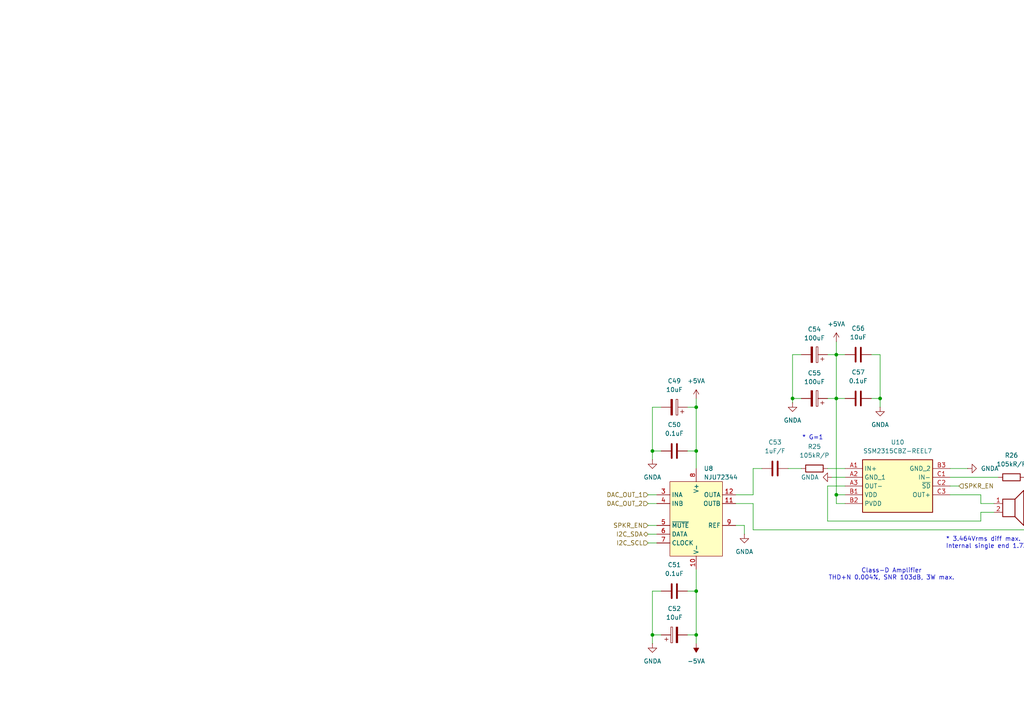
<source format=kicad_sch>
(kicad_sch (version 20250114) (generator "eeschema") (generator_version "9.0")
  (paper "A4")
  (lib_symbols
    (symbol "Device:C" (pin_numbers (hide yes)) (pin_names (offset 0.254))
      (property "Reference" "C" (at 0.635 2.54 0))
      (property "Value" "C" (at 0.635 -2.54 0))
      (symbol "C_0_1"
        (polyline (pts (xy -2.032 0.762) (xy 2.032 0.762)) (stroke (width 0.508)))
        (polyline (pts (xy -2.032 -0.762) (xy 2.032 -0.762)) (stroke (width 0.508)))
      )
      (symbol "C_1_1"
        (pin passive line (at 0 3.81 270) (length 2.794) (name "~") (number "1"))
        (pin passive line (at 0 -3.81 90) (length 2.794) (name "~") (number "2"))
      )
    )
    (symbol "Device:C_Polarized" (pin_numbers (hide yes)) (pin_names (offset 0.254))
      (property "Reference" "C" (at 0.635 2.54 0))
      (property "Value" "C_Polarized" (at 0.635 -2.54 0))
      (symbol "C_Polarized_0_1"
        (rectangle (start -2.286 0.508) (end 2.286 1.016))
        (polyline (pts (xy -1.778 2.286) (xy -0.762 2.286)))
        (polyline (pts (xy -1.27 2.794) (xy -1.27 1.778)))
        (rectangle (start 2.286 -0.508) (end -2.286 -1.016) (fill (type outline)))
      )
      (symbol "C_Polarized_1_1"
        (pin passive line (at 0 3.81 270) (length 2.794) (name "~") (number "1"))
        (pin passive line (at 0 -3.81 90) (length 2.794) (name "~") (number "2"))
      )
    )
    (symbol "Device:R" (pin_numbers (hide yes)) (pin_names (offset 0))
      (property "Reference" "R" (at 2.032 0 90))
      (property "Value" "R" (at 0 0 90))
      (symbol "R_0_1"
        (rectangle (start -1.016 -2.54) (end 1.016 2.54) (stroke (width 0.254)))
      )
      (symbol "R_1_1"
        (pin passive line (at 0 3.81 270) (length 1.27) (name "~") (number "1"))
        (pin passive line (at 0 -3.81 90) (length 1.27) (name "~") (number "2"))
      )
    )
    (symbol "Device:Speaker" (pin_names (offset 0) (hide yes))
      (property "Reference" "LS" (at 1.27 5.715 0))
      (property "Value" "Speaker" (at 1.27 3.81 0))
      (symbol "Speaker_0_0"
        (rectangle (start -2.54 1.27) (end 1.016 -3.81) (stroke (width 0.254)))
        (polyline (pts (xy 1.016 1.27) (xy 3.556 3.81) (xy 3.556 -6.35) (xy 1.016 -3.81)) (stroke (width 0.254)))
      )
      (symbol "Speaker_1_1"
        (pin input line (at -5.08 0 0) (length 2.54) (name "1") (number "1"))
        (pin input line (at -5.08 -2.54 0) (length 2.54) (name "2") (number "2"))
      )
    )
    (symbol "NJU72344:NJU72344"
      (property "Reference" "U" (at 0 0 0))
      (symbol "NJU72344_1_1"
        (rectangle (start -7.62 11.43) (end 7.62 -10.16) (fill (type background)))
        (pin passive line (at -11.43 7.62 0) (length 3.81) (name "INA") (number "3"))
        (pin passive line (at -11.43 5.08 0) (length 3.81) (name "INB") (number "4"))
        (pin passive line (at -11.43 -1.27 0) (length 3.81) (name "~{MUTE}") (number "5"))
        (pin passive line (at -11.43 -3.81 0) (length 3.81) (name "DATA") (number "6"))
        (pin passive line (at -11.43 -6.35 0) (length 3.81) (name "CLOCK") (number "7"))
        (pin passive line (at 0 15.24 270) (length 3.81) (name "V+") (number "8"))
        (pin passive line (at 0 -13.97 90) (length 3.81) (name "V-") (number "10"))
        (pin passive line (at 11.43 7.62 180) (length 3.81) (name "OUTA") (number "12"))
        (pin passive line (at 11.43 5.08 180) (length 3.81) (name "OUTB") (number "11"))
        (pin passive line (at 11.43 -1.27 180) (length 3.81) (name "REF") (number "9"))
        (pin no_connect line (at 11.43 -6.35 180) (length 3.81) (hide yes) (name "NC") (number "1"))
        (pin no_connect line (at 11.43 -6.35 180) (length 3.81) (hide yes) (name "NC") (number "13"))
        (pin no_connect line (at 11.43 -6.35 180) (length 3.81) (hide yes) (name "NC") (number "14"))
        (pin no_connect line (at 11.43 -6.35 180) (length 3.81) (hide yes) (name "NC") (number "2"))
      )
    )
    (symbol "SSM2315CBZ-REEL7:SSM2315CBZ-REEL7"
      (property "Reference" "IC" (at 26.67 7.62 0))
      (property "Value" "SSM2315CBZ-REEL7" (at 26.67 5.08 0))
      (symbol "SSM2315CBZ-REEL7_1_1"
        (rectangle (start 5.08 2.54) (end 25.4 -12.7) (stroke (width 0.254)) (fill (type background)))
        (pin passive line (at 0 0 0) (length 5.08) (name "IN+") (number "A1"))
        (pin passive line (at 0 -2.54 0) (length 5.08) (name "GND_1") (number "A2"))
        (pin passive line (at 0 -5.08 0) (length 5.08) (name "OUT-") (number "A3"))
        (pin passive line (at 0 -7.62 0) (length 5.08) (name "VDD") (number "B1"))
        (pin passive line (at 0 -10.16 0) (length 5.08) (name "PVDD") (number "B2"))
        (pin passive line (at 30.48 0 180) (length 5.08) (name "GND_2") (number "B3"))
        (pin passive line (at 30.48 -2.54 180) (length 5.08) (name "IN-") (number "C1"))
        (pin passive line (at 30.48 -5.08 180) (length 5.08) (name "~{SD}") (number "C2"))
        (pin passive line (at 30.48 -7.62 180) (length 5.08) (name "OUT+") (number "C3"))
      )
    )
    (symbol "power:+5VA" (power) (pin_numbers (hide yes)) (pin_names (offset 0) (hide yes))
      (property "Value" "+5VA" (at 0 3.556 0))
      (symbol "+5VA_0_1"
        (polyline (pts (xy -0.762 1.27) (xy 0 2.54)))
        (polyline (pts (xy 0 2.54) (xy 0.762 1.27)))
        (polyline (pts (xy 0 0) (xy 0 2.54)))
      )
      (symbol "+5VA_1_1"
        (pin power_in line (at 0 0 90) (length 0) (name "~") (number "1"))
      )
    )
    (symbol "power:-5VA" (power) (pin_numbers (hide yes)) (pin_names (offset 0) (hide yes))
      (property "Value" "-5VA" (at 0 3.556 0))
      (symbol "-5VA_0_0"
        (pin power_in line (at 0 0 90) (length 0) (name "~") (number "1"))
      )
      (symbol "-5VA_0_1"
        (polyline (pts (xy 0 0) (xy 0 1.27) (xy 0.762 1.27) (xy 0 2.54) (xy -0.762 1.27) (xy 0 1.27)) (fill (type outline)))
      )
    )
    (symbol "power:GNDA" (power) (pin_numbers (hide yes)) (pin_names (offset 0) (hide yes))
      (property "Value" "GNDA" (at 0 -3.81 0))
      (symbol "GNDA_0_1"
        (polyline (pts (xy 0 0) (xy 0 -1.27) (xy 1.27 -1.27) (xy 0 -2.54) (xy -1.27 -1.27) (xy 0 -1.27)))
      )
      (symbol "GNDA_1_1"
        (pin power_in line (at 0 0 270) (length 0) (name "~") (number "1"))
      )
    )
  )
  (text "* 3.464Vrms diff max.\nInternal single end 1.732Vrms max." (at 274.32 157.48 0) (effects (font (size 1.27 1.27)) (justify left)))
  (text "Class-D Amplifier\nTHD+N 0.004%, SNR 103dB, 3W max." (at 258.572 166.624 0) (effects (font (size 1.27 1.27))))
  (text "* G=1" (at 235.712 127 0) (effects (font (size 1.27 1.27))))
  (junction (at 242.57 115.57))
  (junction (at 229.87 115.57))
  (junction (at 255.27 115.57))
  (junction (at 201.93 118.11))
  (junction (at 242.57 143.51))
  (junction (at 201.93 171.45))
  (junction (at 201.93 130.81))
  (junction (at 242.57 102.87))
  (junction (at 189.23 184.15))
  (junction (at 201.93 184.15))
  (junction (at 189.23 130.81))
  (wire (pts (xy 201.93 171.45) (xy 201.93 184.15)))
  (wire (pts (xy 199.39 184.15) (xy 201.93 184.15)))
  (wire (pts (xy 228.6 135.89) (xy 232.41 135.89)))
  (wire (pts (xy 275.59 143.51) (xy 284.48 143.51)))
  (wire (pts (xy 240.03 135.89) (xy 245.11 135.89)))
  (wire (pts (xy 187.96 146.05) (xy 190.5 146.05)))
  (wire (pts (xy 189.23 171.45) (xy 189.23 184.15)))
  (wire (pts (xy 252.73 102.87) (xy 255.27 102.87)))
  (wire (pts (xy 213.36 152.4) (xy 215.9 152.4)))
  (wire (pts (xy 201.93 118.11) (xy 201.93 130.81)))
  (wire (pts (xy 201.93 115.57) (xy 201.93 118.11)))
  (wire (pts (xy 241.3 138.43) (xy 245.11 138.43)))
  (wire (pts (xy 218.44 146.05) (xy 218.44 153.67)))
  (wire (pts (xy 252.73 115.57) (xy 255.27 115.57)))
  (wire (pts (xy 242.57 102.87) (xy 242.57 115.57)))
  (wire (pts (xy 213.36 146.05) (xy 218.44 146.05)))
  (wire (pts (xy 284.48 151.13) (xy 284.48 148.59)))
  (wire (pts (xy 240.03 151.13) (xy 284.48 151.13)))
  (wire (pts (xy 218.44 143.51) (xy 213.36 143.51)))
  (wire (pts (xy 242.57 115.57) (xy 245.11 115.57)))
  (wire (pts (xy 199.39 130.81) (xy 201.93 130.81)))
  (wire (pts (xy 218.44 135.89) (xy 218.44 143.51)))
  (wire (pts (xy 218.44 135.89) (xy 220.98 135.89)))
  (wire (pts (xy 284.48 146.05) (xy 288.29 146.05)))
  (wire (pts (xy 275.59 140.97) (xy 278.13 140.97)))
  (wire (pts (xy 187.96 157.48) (xy 190.5 157.48)))
  (wire (pts (xy 242.57 115.57) (xy 242.57 143.51)))
  (wire (pts (xy 284.48 143.51) (xy 284.48 146.05)))
  (wire (pts (xy 245.11 146.05) (xy 242.57 146.05)))
  (wire (pts (xy 189.23 118.11) (xy 189.23 130.81)))
  (wire (pts (xy 229.87 102.87) (xy 232.41 102.87)))
  (wire (pts (xy 189.23 184.15) (xy 191.77 184.15)))
  (wire (pts (xy 189.23 184.15) (xy 189.23 186.69)))
  (wire (pts (xy 255.27 115.57) (xy 255.27 118.11)))
  (wire (pts (xy 229.87 116.84) (xy 229.87 115.57)))
  (wire (pts (xy 201.93 130.81) (xy 201.93 135.89)))
  (wire (pts (xy 297.18 138.43) (xy 299.72 138.43)))
  (wire (pts (xy 240.03 115.57) (xy 242.57 115.57)))
  (wire (pts (xy 307.34 138.43) (xy 309.88 138.43)))
  (wire (pts (xy 275.59 135.89) (xy 280.67 135.89)))
  (wire (pts (xy 187.96 143.51) (xy 190.5 143.51)))
  (wire (pts (xy 191.77 118.11) (xy 189.23 118.11)))
  (wire (pts (xy 242.57 99.06) (xy 242.57 102.87)))
  (wire (pts (xy 242.57 146.05) (xy 242.57 143.51)))
  (wire (pts (xy 284.48 148.59) (xy 288.29 148.59)))
  (wire (pts (xy 242.57 102.87) (xy 245.11 102.87)))
  (wire (pts (xy 242.57 143.51) (xy 245.11 143.51)))
  (wire (pts (xy 245.11 140.97) (xy 240.03 140.97)))
  (wire (pts (xy 191.77 130.81) (xy 189.23 130.81)))
  (wire (pts (xy 199.39 118.11) (xy 201.93 118.11)))
  (wire (pts (xy 187.96 152.4) (xy 190.5 152.4)))
  (wire (pts (xy 229.87 115.57) (xy 229.87 102.87)))
  (wire (pts (xy 255.27 102.87) (xy 255.27 115.57)))
  (wire (pts (xy 201.93 184.15) (xy 201.93 186.69)))
  (wire (pts (xy 189.23 130.81) (xy 189.23 133.35)))
  (wire (pts (xy 275.59 138.43) (xy 289.56 138.43)))
  (wire (pts (xy 240.03 102.87) (xy 242.57 102.87)))
  (wire (pts (xy 240.03 140.97) (xy 240.03 151.13)))
  (wire (pts (xy 309.88 138.43) (xy 309.88 153.67)))
  (wire (pts (xy 199.39 171.45) (xy 201.93 171.45)))
  (wire (pts (xy 218.44 153.67) (xy 309.88 153.67)))
  (wire (pts (xy 187.96 154.94) (xy 190.5 154.94)))
  (wire (pts (xy 189.23 171.45) (xy 191.77 171.45)))
  (wire (pts (xy 215.9 152.4) (xy 215.9 154.94)))
  (wire (pts (xy 229.87 115.57) (xy 232.41 115.57)))
  (wire (pts (xy 201.93 171.45) (xy 201.93 165.1)))
  (hierarchical_label "DAC_OUT_2" (shape input) (at 187.96 146.05 180))
  (hierarchical_label "SPKR_EN" (shape input) (at 187.96 152.4 180))
  (hierarchical_label "I2C_SDA" (shape bidirectional) (at 187.96 154.94 180))
  (hierarchical_label "SPKR_EN" (shape input) (at 278.13 140.97 0))
  (hierarchical_label "DAC_OUT_1" (shape input) (at 187.96 143.51 180))
  (hierarchical_label "I2C_SCL" (shape input) (at 187.96 157.48 180))
  (symbol (lib_id "Device:C_Polarized") (at 195.58 184.15 90) (unit 1)
    (property "Reference" "C52" (at 195.58 176.53 90))
    (property "Value" "10uF" (at 195.58 179.07 90))
    (property "Footprint" "Capacitor_Tantalum_SMD:CP_EIA-3216-10_Kemet-I" (effects (hide yes)))
    (property "Description" "Polarized capacitor" (effects (hide yes)))
    (property "Part No." "TCJA106M010R0200" (effects (hide yes)))
    (property "Vendor" "Kyocera AVX" (effects (hide yes)))
    (property "Fetched" "20" (effects (hide yes)))
    (instances (project "MizukiH743" (path "" (reference "C52") (unit 1))) (project "MizukiRA8M1v3" (path "" (reference "C?") (unit 1))))
  )
  (symbol (lib_id "power:GNDA") (at 255.27 118.11 0) (unit 1)
    (property "Reference" "#PWR072" (effects (hide yes)))
    (property "Value" "GNDA" (at 255.27 123.19 0))
    (property "Description" "Power symbol creates a global label with name \"GNDA\" , analog ground" (effects (hide yes)))
    (instances (project "MizukiH743" (path "" (reference "#PWR072") (unit 1))) (project "MizukiRA8M1v3" (path "" (reference "#PWR?") (unit 1))))
  )
  (symbol (lib_id "Device:R") (at 293.37 138.43 90) (unit 1)
    (property "Reference" "R26" (at 293.37 132.08 90))
    (property "Value" "105kR/P" (at 293.37 134.62 90))
    (property "Footprint" "Resistor_SMD:R_0603_1608Metric" (effects (hide yes)))
    (property "Description" "Resistor" (effects (hide yes)))
    (property "Part No." "PTFR0603B39R0Q9" (effects (hide yes)))
    (property "Vendor" "RESI" (effects (hide yes)))
    (instances (project "MizukiH743" (path "" (reference "R26") (unit 1))) (project "MizukiRA8M1v3" (path "" (reference "R?") (unit 1))))
  )
  (symbol (lib_id "power:GNDA") (at 189.23 133.35 0) (unit 1)
    (property "Reference" "#PWR061" (effects (hide yes)))
    (property "Value" "GNDA" (at 189.23 138.43 0))
    (property "Description" "Power symbol creates a global label with name \"GNDA\" , analog ground" (effects (hide yes)))
    (instances (project "MizukiH743" (path "" (reference "#PWR061") (unit 1))) (project "MizukiRA8M1v3" (path "" (reference "#PWR?") (unit 1))))
  )
  (symbol (lib_id "Device:C") (at 303.53 138.43 90) (unit 1)
    (property "Reference" "C60" (at 303.53 130.81 90))
    (property "Value" "1uF/F" (at 303.53 133.35 90))
    (property "Footprint" "Capacitor_SMD:C_1210_3225Metric" (effects (hide yes)))
    (property "Description" "Unpolarized capacitor" (effects (hide yes)))
    (property "Part No." "ECPU1C105MA5" (effects (hide yes)))
    (property "Vendor" "Panasonic" (effects (hide yes)))
    (property "Fetched" "4" (effects (hide yes)))
    (instances (project "MizukiH743" (path "" (reference "C60") (unit 1))) (project "MizukiRA8M1v3" (path "" (reference "C?") (unit 1))))
  )
  (symbol (lib_id "power:GNDA") (at 215.9 154.94 0) (unit 1)
    (property "Reference" "#PWR068" (effects (hide yes)))
    (property "Value" "GNDA" (at 215.9 160.02 0))
    (property "Description" "Power symbol creates a global label with name \"GNDA\" , analog ground" (effects (hide yes)))
    (instances (project "MizukiH743" (path "" (reference "#PWR068") (unit 1))) (project "" (path "" (reference "#PWR?") (unit 1))))
  )
  (symbol (lib_id "SSM2315CBZ-REEL7:SSM2315CBZ-REEL7") (at 245.11 135.89 0) (unit 1)
    (property "Reference" "U10" (at 260.35 128.27 0))
    (property "Value" "SSM2315CBZ-REEL7" (at 260.35 130.81 0))
    (property "Footprint" "SSM2315CBZ-REEL7:BGA9C50P3X3_146X146X66" (effects (hide yes)))
    (property "Datasheet" "https://www.analog.com/media/en/technical-documentation/data-sheets/SSM2315.pdf" (effects (hide yes)))
    (property "Description" "Filterless, High Efficiency, Mono 3 W Class-D Audio Amplifier" (effects (hide yes)))
    (property "Height" "0.655" (effects (hide yes)))
    (property "Vendor" "ADI" (effects (hide yes)))
    (property "Part No." "SSM2315CBZ-REEL7" (effects (hide yes)))
    (property "Fetched" "2" (effects (hide yes)))
    (instances (project "MizukiH743" (path "" (reference "U10") (unit 1))) (project "MizukiRA8M1v3" (path "" (reference "U?") (unit 1))))
  )
  (symbol (lib_id "power:GNDA") (at 280.67 135.89 90) (unit 1)
    (property "Reference" "#PWR073" (effects (hide yes)))
    (property "Value" "GNDA" (at 284.48 135.8899 90) (effects (justify right)))
    (property "Description" "Power symbol creates a global label with name \"GNDA\" , analog ground" (effects (hide yes)))
    (instances (project "MizukiH743" (path "" (reference "#PWR073") (unit 1))) (project "MizukiRA8M1v3" (path "" (reference "#PWR?") (unit 1))))
  )
  (symbol (lib_id "Device:C_Polarized") (at 236.22 102.87 270) (mirror x) (unit 1)
    (property "Reference" "C54" (at 236.22 95.504 90))
    (property "Value" "100uF" (at 236.22 98.044 90))
    (property "Footprint" "Capacitor_Tantalum_SMD:CP_EIA-7343-15_Kemet-W" (effects (hide yes)))
    (property "Description" "Polarized capacitor" (effects (hide yes)))
    (property "Part No." "ECASD41A107M015KA0" (effects (hide yes)))
    (property "Vendor" "muRata" (effects (hide yes)))
    (property "Fetched" "20" (effects (hide yes)))
    (instances (project "MizukiH743" (path "" (reference "C54") (unit 1))) (project "MizukiRA8M1v3" (path "" (reference "C?") (unit 1))))
  )
  (symbol (lib_id "Device:C") (at 248.92 115.57 90) (unit 1)
    (property "Reference" "C57" (at 248.92 107.95 90))
    (property "Value" "0.1uF" (at 248.92 110.49 90))
    (property "Footprint" "Capacitor_SMD:C_0603_1608Metric" (effects (hide yes)))
    (property "Description" "Unpolarized capacitor" (effects (hide yes)))
    (instances (project "MizukiH743" (path "" (reference "C57") (unit 1))) (project "MizukiRA8M1v3" (path "" (reference "C?") (unit 1))))
  )
  (symbol (lib_id "power:+5VA") (at 242.57 99.06 0) (unit 1)
    (property "Reference" "#PWR071" (effects (hide yes)))
    (property "Value" "+5VA" (at 242.57 93.98 0))
    (property "Description" "Power symbol creates a global label with name \"+5VA\"" (effects (hide yes)))
    (instances (project "MizukiH743" (path "" (reference "#PWR071") (unit 1))) (project "MizukiRA8M1v3" (path "" (reference "#PWR?") (unit 1))))
  )
  (symbol (lib_id "Device:Speaker") (at 293.37 146.05 0) (unit 1)
    (property "Reference" "LS1" (at 298.45 146.0499 0) (effects (justify left)))
    (property "Value" "Speaker" (at 298.45 148.5899 0) (effects (justify left)))
    (property "Footprint" "B2B-XH-A_LF_SN:SHDR2W64P0X250_1X2_740X575X700P" (effects (hide yes)))
    (property "Description" "Speaker" (effects (hide yes)))
    (property "Part No." "B2B-XH-A(LF)(SN)" (effects (hide yes)))
    (property "Vendor" "JST" (effects (hide yes)))
    (property "Fetched" "29" (effects (hide yes)))
    (instances (project "MizukiH743" (path "" (reference "LS1") (unit 1))) (project "MizukiRA8M1v3" (path "" (reference "LS?") (unit 1))))
  )
  (symbol (lib_id "Device:R") (at 236.22 135.89 90) (unit 1)
    (property "Reference" "R25" (at 236.22 129.54 90))
    (property "Value" "105kR/P" (at 236.22 132.08 90))
    (property "Footprint" "Resistor_SMD:R_0603_1608Metric" (effects (hide yes)))
    (property "Description" "Resistor" (effects (hide yes)))
    (property "Part No." "PTFR0603B39R0Q9" (effects (hide yes)))
    (property "Vendor" "RESI" (effects (hide yes)))
    (instances (project "MizukiH743" (path "" (reference "R25") (unit 1))) (project "MizukiRA8M1v3" (path "" (reference "R?") (unit 1))))
  )
  (symbol (lib_id "power:GNDA") (at 189.23 186.69 0) (unit 1)
    (property "Reference" "#PWR062" (effects (hide yes)))
    (property "Value" "GNDA" (at 189.23 191.77 0))
    (property "Description" "Power symbol creates a global label with name \"GNDA\" , analog ground" (effects (hide yes)))
    (instances (project "MizukiH743" (path "" (reference "#PWR062") (unit 1))) (project "MizukiRA8M1v3" (path "" (reference "#PWR?") (unit 1))))
  )
  (symbol (lib_id "Device:C_Polarized") (at 195.58 118.11 270) (mirror x) (unit 1)
    (property "Reference" "C49" (at 195.58 110.49 90))
    (property "Value" "10uF" (at 195.58 113.03 90))
    (property "Footprint" "Capacitor_Tantalum_SMD:CP_EIA-3216-10_Kemet-I" (effects (hide yes)))
    (property "Description" "Polarized capacitor" (effects (hide yes)))
    (property "Part No." "TCJA106M010R0200" (effects (hide yes)))
    (property "Vendor" "Kyocera AVX" (effects (hide yes)))
    (property "Fetched" "20" (effects (hide yes)))
    (instances (project "MizukiH743" (path "" (reference "C49") (unit 1))) (project "" (path "" (reference "C?") (unit 1))))
  )
  (symbol (lib_id "NJU72344:NJU72344") (at 201.93 151.13 0) (unit 1)
    (property "Reference" "U8" (at 204.1241 135.89 0) (effects (justify left)))
    (property "Value" "NJU72344" (at 204.1241 138.43 0) (effects (justify left)))
    (property "Footprint" "Package_SO:SSOP-14_5.3x6.2mm_P0.65mm" (effects (hide yes)))
    (property "Part No." "NJU72344V-TE1" (effects (hide yes)))
    (property "Vendor" "Nisshinbo" (effects (hide yes)))
    (property "Fetched" "2" (effects (hide yes)))
    (instances (project "MizukiH743" (path "" (reference "U8") (unit 1))) (project "" (path "" (reference "U?") (unit 1))))
  )
  (symbol (lib_id "Device:C") (at 195.58 130.81 90) (unit 1)
    (property "Reference" "C50" (at 195.58 123.19 90))
    (property "Value" "0.1uF" (at 195.58 125.73 90))
    (property "Footprint" "Capacitor_SMD:C_0603_1608Metric" (effects (hide yes)))
    (property "Description" "Unpolarized capacitor" (effects (hide yes)))
    (instances (project "MizukiH743" (path "" (reference "C50") (unit 1))) (project "" (path "" (reference "C?") (unit 1))))
  )
  (symbol (lib_id "Device:C") (at 195.58 171.45 90) (unit 1)
    (property "Reference" "C51" (at 195.58 163.83 90))
    (property "Value" "0.1uF" (at 195.58 166.37 90))
    (property "Footprint" "Capacitor_SMD:C_0603_1608Metric" (effects (hide yes)))
    (property "Description" "Unpolarized capacitor" (effects (hide yes)))
    (instances (project "MizukiH743" (path "" (reference "C51") (unit 1))) (project "MizukiRA8M1v3" (path "" (reference "C?") (unit 1))))
  )
  (symbol (lib_id "Device:C") (at 224.79 135.89 90) (unit 1)
    (property "Reference" "C53" (at 224.79 128.27 90))
    (property "Value" "1uF/F" (at 224.79 130.81 90))
    (property "Footprint" "Capacitor_SMD:C_1210_3225Metric" (effects (hide yes)))
    (property "Description" "Unpolarized capacitor" (effects (hide yes)))
    (property "Part No." "ECPU1C105MA5" (effects (hide yes)))
    (property "Vendor" "Panasonic" (effects (hide yes)))
    (property "Fetched" "4" (effects (hide yes)))
    (instances (project "MizukiH743" (path "" (reference "C53") (unit 1))) (project "MizukiRA8M1v3" (path "" (reference "C?") (unit 1))))
  )
  (symbol (lib_id "Device:C") (at 248.92 102.87 90) (unit 1)
    (property "Reference" "C56" (at 248.92 95.25 90))
    (property "Value" "10uF" (at 248.92 97.79 90))
    (property "Footprint" "Capacitor_SMD:C_0603_1608Metric" (effects (hide yes)))
    (property "Description" "Unpolarized capacitor" (effects (hide yes)))
    (instances (project "MizukiH743" (path "" (reference "C56") (unit 1))) (project "MizukiRA8M1v3" (path "" (reference "C?") (unit 1))))
  )
  (symbol (lib_id "Device:C_Polarized") (at 236.22 115.57 270) (mirror x) (unit 1)
    (property "Reference" "C55" (at 236.22 108.204 90))
    (property "Value" "100uF" (at 236.22 110.744 90))
    (property "Footprint" "Capacitor_Tantalum_SMD:CP_EIA-7343-15_Kemet-W" (effects (hide yes)))
    (property "Description" "Polarized capacitor" (effects (hide yes)))
    (property "Part No." "ECASD41A107M015KA0" (effects (hide yes)))
    (property "Vendor" "muRata" (effects (hide yes)))
    (property "Fetched" "20" (effects (hide yes)))
    (instances (project "MizukiH743" (path "" (reference "C55") (unit 1))) (project "MizukiRA8M1v3" (path "" (reference "C?") (unit 1))))
  )
  (symbol (lib_id "power:+5VA") (at 201.93 115.57 0) (unit 1)
    (property "Reference" "#PWR064" (effects (hide yes)))
    (property "Value" "+5VA" (at 201.93 110.49 0))
    (property "Description" "Power symbol creates a global label with name \"+5VA\"" (effects (hide yes)))
    (instances (project "MizukiH743" (path "" (reference "#PWR064") (unit 1))) (project "MizukiRA8M1v3" (path "" (reference "#PWR?") (unit 1))))
  )
  (symbol (lib_id "power:GNDA") (at 229.87 116.84 0) (unit 1)
    (property "Reference" "#PWR069" (effects (hide yes)))
    (property "Value" "GNDA" (at 229.87 121.92 0))
    (property "Description" "Power symbol creates a global label with name \"GNDA\" , analog ground" (effects (hide yes)))
    (instances (project "MizukiH743" (path "" (reference "#PWR069") (unit 1))) (project "MizukiRA8M1v3" (path "" (reference "#PWR?") (unit 1))))
  )
  (symbol (lib_id "power:GNDA") (at 241.3 138.43 270) (unit 1)
    (property "Reference" "#PWR070" (effects (hide yes)))
    (property "Value" "GNDA" (at 237.49 138.4299 90) (effects (justify right)))
    (property "Description" "Power symbol creates a global label with name \"GNDA\" , analog ground" (effects (hide yes)))
    (instances (project "MizukiH743" (path "" (reference "#PWR070") (unit 1))) (project "MizukiRA8M1v3" (path "" (reference "#PWR?") (unit 1))))
  )
  (symbol (lib_id "power:-5VA") (at 201.93 186.69 180) (unit 1)
    (property "Reference" "#PWR065" (effects (hide yes)))
    (property "Value" "-5VA" (at 201.93 191.77 0))
    (property "Description" "Power symbol creates a global label with name \"-5VA\"" (effects (hide yes)))
    (instances (project "MizukiH743" (path "" (reference "#PWR065") (unit 1))) (project "MizukiRA8M1v3" (path "" (reference "#PWR?") (unit 1))))
  )
)
</source>
